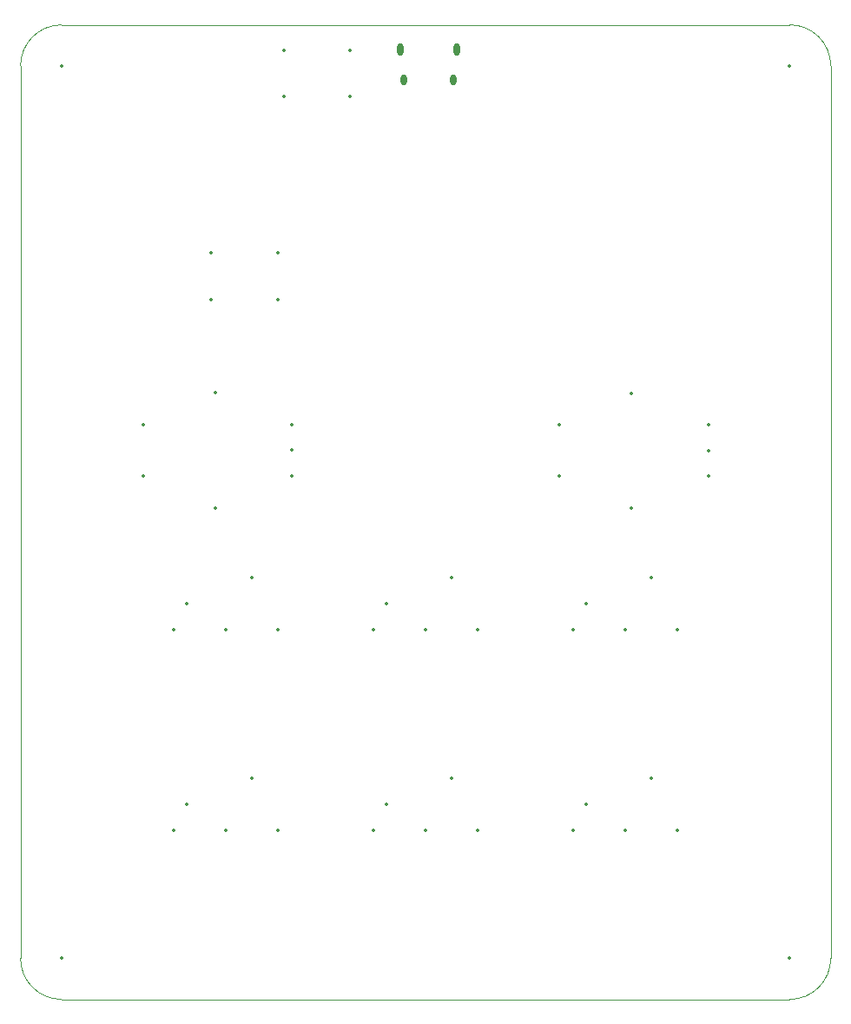
<source format=gko>
%TF.GenerationSoftware,KiCad,Pcbnew,8.0.5*%
%TF.CreationDate,2025-01-30T00:55:54+01:00*%
%TF.ProjectId,rp2040_pad,72703230-3430-45f7-9061-642e6b696361,rev?*%
%TF.SameCoordinates,Original*%
%TF.FileFunction,Profile,NP*%
%FSLAX46Y46*%
G04 Gerber Fmt 4.6, Leading zero omitted, Abs format (unit mm)*
G04 Created by KiCad (PCBNEW 8.0.5) date 2025-01-30 00:55:54*
%MOMM*%
%LPD*%
G01*
G04 APERTURE LIST*
%TA.AperFunction,Profile*%
%ADD10C,0.050000*%
%TD*%
%ADD11C,0.350000*%
%ADD12O,0.700000X1.200000*%
%ADD13O,0.650000X1.050000*%
G04 APERTURE END LIST*
D10*
X85500000Y-62500000D02*
X85500000Y-149500000D01*
X160500000Y-153500000D02*
X89500000Y-153500000D01*
X164500000Y-62500000D02*
X164500000Y-149500000D01*
X89500000Y-58500000D02*
X160500000Y-58500000D01*
X85500000Y-62500000D02*
G75*
G02*
X89500000Y-58500000I4000000J0D01*
G01*
X89500000Y-153500000D02*
G75*
G02*
X85500000Y-149500000I0J4000000D01*
G01*
X164500000Y-149500000D02*
G75*
G02*
X160500000Y-153500000I-4000000J0D01*
G01*
X160500000Y-58500000D02*
G75*
G02*
X164500000Y-62500000I0J-4000000D01*
G01*
D11*
X139420000Y-137000000D03*
X144500000Y-137000000D03*
X149580000Y-137000000D03*
X147040000Y-131920000D03*
X140690000Y-134460000D03*
X119920000Y-137000000D03*
X125000000Y-137000000D03*
X130080000Y-137000000D03*
X127540000Y-131920000D03*
X121190000Y-134460000D03*
X100420000Y-137000000D03*
X105500000Y-137000000D03*
X110580000Y-137000000D03*
X108040000Y-131920000D03*
X101690000Y-134460000D03*
X100420000Y-117500000D03*
X105500000Y-117500000D03*
X110580000Y-117500000D03*
X108040000Y-112420000D03*
X101690000Y-114960000D03*
X119920000Y-117500000D03*
X125000000Y-117500000D03*
X130080000Y-117500000D03*
X127540000Y-112420000D03*
X121190000Y-114960000D03*
X139420000Y-117500000D03*
X144500000Y-117500000D03*
X149580000Y-117500000D03*
X147040000Y-112420000D03*
X140690000Y-114960000D03*
X110600000Y-85250000D03*
X104100000Y-85250000D03*
X110600000Y-80750000D03*
X104100000Y-80750000D03*
D12*
X122545000Y-60870000D03*
D13*
X122855000Y-63870000D03*
X127695000Y-63870000D03*
D12*
X128005000Y-60870000D03*
D11*
X111150000Y-61000000D03*
X117650000Y-61000000D03*
X111150000Y-65500000D03*
X117650000Y-65500000D03*
X160500000Y-149500000D03*
X152550000Y-102500000D03*
X152550000Y-97500000D03*
X152550000Y-100000000D03*
X145050000Y-105600000D03*
X145050000Y-94400000D03*
X138050000Y-97500000D03*
X138050000Y-102500000D03*
X160500000Y-62500000D03*
X89500000Y-62500000D03*
X89500000Y-149500000D03*
X111975000Y-102475000D03*
X111975000Y-97475000D03*
X111975000Y-99975000D03*
X104475000Y-105575000D03*
X104475000Y-94375000D03*
X97475000Y-97475000D03*
X97475000Y-102475000D03*
M02*

</source>
